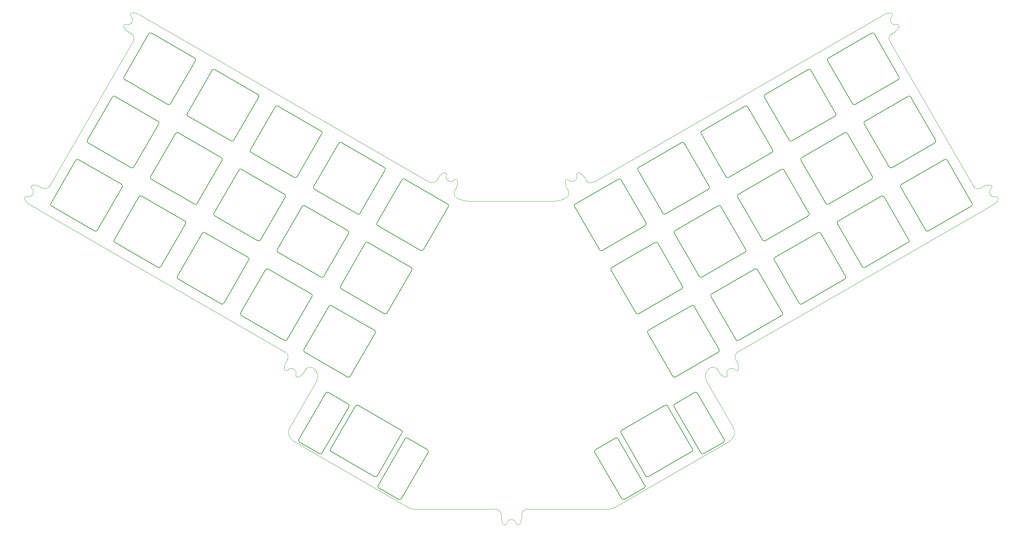
<source format=gbr>
%TF.GenerationSoftware,KiCad,Pcbnew,7.0.8*%
%TF.CreationDate,2023-12-04T03:58:51-05:00*%
%TF.ProjectId,plate_pcb,706c6174-655f-4706-9362-2e6b69636164,rev?*%
%TF.SameCoordinates,Original*%
%TF.FileFunction,Profile,NP*%
%FSLAX46Y46*%
G04 Gerber Fmt 4.6, Leading zero omitted, Abs format (unit mm)*
G04 Created by KiCad (PCBNEW 7.0.8) date 2023-12-04 03:58:51*
%MOMM*%
%LPD*%
G01*
G04 APERTURE LIST*
%TA.AperFunction,Profile*%
%ADD10C,0.100000*%
%TD*%
%TA.AperFunction,Profile*%
%ADD11C,0.200000*%
%TD*%
%TA.AperFunction,Profile*%
%ADD12C,0.050000*%
%TD*%
G04 APERTURE END LIST*
D10*
X176302388Y-74811319D02*
X247911916Y-33471848D01*
X61798370Y-33438721D02*
X133415127Y-74803043D01*
X169071076Y-78986319D02*
G75*
G03*
X169620113Y-76937281I-749986J1299034D01*
G01*
X172531531Y-72407210D02*
G75*
G03*
X171869961Y-73031638I-188302J-463172D01*
G01*
X174253351Y-74262281D02*
G75*
G03*
X176302388Y-74811318I1299065J750105D01*
G01*
X169207614Y-76222810D02*
X169620114Y-76937281D01*
X173840849Y-73547811D02*
G75*
G03*
X172531531Y-72407211I-2316467J-1337325D01*
G01*
X174253350Y-74262281D02*
X173840850Y-73547810D01*
X169746041Y-74257883D02*
G75*
G03*
X168874486Y-74518607I-376271J-329282D01*
G01*
X169746039Y-74257884D02*
G75*
G03*
X171869961Y-73031638I940692J823167D01*
G01*
X168874487Y-74518607D02*
G75*
G03*
X169207614Y-76222810I2649841J-366685D01*
G01*
X133415127Y-74803044D02*
G75*
G03*
X135464165Y-74254005I750003J1299025D01*
G01*
X140843030Y-74510331D02*
G75*
G03*
X139971474Y-74249608I-495270J-68511D01*
G01*
X140097402Y-76929005D02*
G75*
G03*
X140646439Y-78978042I1299142J-749972D01*
G01*
X135876665Y-73539534D02*
X135464165Y-74254005D01*
X140509900Y-76214534D02*
G75*
G03*
X140843029Y-74510331I-2316391J1337457D01*
G01*
X140097401Y-76929005D02*
X140509901Y-76214534D01*
X137847555Y-73023362D02*
G75*
G03*
X137185984Y-72398936I-473302J161219D01*
G01*
X137847553Y-73023361D02*
G75*
G03*
X139971474Y-74249608I1183230J-403079D01*
G01*
X137185984Y-72398936D02*
G75*
G03*
X135876665Y-73539534I1007363J-2478172D01*
G01*
X213891235Y-119124072D02*
X276494633Y-82998508D01*
X213891235Y-119124072D02*
G75*
G03*
X213342198Y-121173110I749986J-1299034D01*
G01*
X210430780Y-125703181D02*
G75*
G03*
X211092350Y-125078753I188302J463172D01*
G01*
X208708960Y-123848110D02*
G75*
G03*
X206659923Y-123299073I-1299065J-750105D01*
G01*
X213754697Y-121887581D02*
X213342197Y-121173110D01*
X209121462Y-124562580D02*
G75*
G03*
X210430780Y-125703180I2316467J1337325D01*
G01*
X208708961Y-123848110D02*
X209121461Y-124562581D01*
X213216270Y-123852508D02*
G75*
G03*
X214087825Y-123591784I376271J329282D01*
G01*
X213216272Y-123852507D02*
G75*
G03*
X211092350Y-125078753I-940692J-823167D01*
G01*
X214087825Y-123591784D02*
G75*
G03*
X213754696Y-121887581I-2649842J366684D01*
G01*
X95844256Y-119141968D02*
X33233892Y-82994376D01*
X103075568Y-123316967D02*
G75*
G03*
X101026530Y-123866006I-750003J-1299025D01*
G01*
X95647665Y-123609680D02*
G75*
G03*
X96519221Y-123870403I495270J68511D01*
G01*
X96393293Y-121191006D02*
G75*
G03*
X95844256Y-119141969I-1299142J749972D01*
G01*
X100614030Y-124580477D02*
X101026530Y-123866006D01*
X95980795Y-121905477D02*
G75*
G03*
X95647666Y-123609680I2316391J-1337457D01*
G01*
X96393294Y-121191006D02*
X95980794Y-121905477D01*
X98643140Y-125096649D02*
G75*
G03*
X99304711Y-125721075I473302J-161219D01*
G01*
X98643142Y-125096650D02*
G75*
G03*
X96519221Y-123870403I-1183230J403079D01*
G01*
X99304711Y-125721075D02*
G75*
G03*
X100614030Y-124580477I-1007363J2478172D01*
G01*
X104004333Y-126788322D02*
G75*
G03*
X103075568Y-123316969I-2198833J1271622D01*
G01*
X97014386Y-138874307D02*
X104004294Y-126788300D01*
X150687797Y-160138847D02*
X129427957Y-160142831D01*
X180297638Y-160134861D02*
X159037797Y-160138847D01*
X152187798Y-161638847D02*
G75*
G03*
X150687797Y-160138847I-1499990J10D01*
G01*
X156089044Y-163896310D02*
G75*
G03*
X156974193Y-164106294I490489J96983D01*
G01*
X159037797Y-160138847D02*
G75*
G03*
X157537797Y-161638847I77J-1500077D01*
G01*
X152187797Y-161638847D02*
X152187797Y-162463847D01*
X156974193Y-164106294D02*
G75*
G03*
X157537797Y-162463847I-2111180J1642372D01*
G01*
X157537797Y-162463847D02*
X157537797Y-161638847D01*
X152751402Y-164106293D02*
G75*
G03*
X153636552Y-163896310I394649J307014D01*
G01*
X156089043Y-163896310D02*
G75*
G03*
X153636553Y-163896310I-1226245J-242538D01*
G01*
X152187797Y-162463847D02*
G75*
G03*
X152751401Y-164106294I2675092J32D01*
G01*
D11*
X187351980Y-108970726D02*
G75*
G03*
X188035040Y-109153712I433020J250026D01*
G01*
X70288700Y-56897897D02*
G75*
G03*
X70471744Y-57580928I433000J-250003D01*
G01*
X127074567Y-141817962D02*
X120074567Y-153942318D01*
X60290947Y-36114585D02*
X53790947Y-47372915D01*
X209474167Y-81187369D02*
X215974167Y-92445699D01*
X67263731Y-62137369D02*
X60763731Y-73395699D01*
X93942312Y-93128712D02*
X105200642Y-99628712D01*
D10*
X56186359Y-38099994D02*
G75*
G03*
X55637331Y-36050962I-1299059J749994D01*
G01*
X252112426Y-31038353D02*
X247911916Y-33471848D01*
D11*
X235496951Y-88160153D02*
X241996951Y-99418483D01*
X126329223Y-140232937D02*
X119829223Y-151491267D01*
X138406439Y-81214585D02*
X131906439Y-92472915D01*
X116757083Y-90712369D02*
X110257083Y-101970699D01*
X126965114Y-74031541D02*
G75*
G03*
X126282083Y-74214585I-250014J-432959D01*
G01*
X194324778Y-82947934D02*
G75*
G03*
X195007824Y-83130928I433022J250034D01*
G01*
X197532832Y-87504369D02*
G75*
G03*
X197349812Y-88187369I250068J-433031D01*
G01*
X126329176Y-140232910D02*
G75*
G03*
X126146210Y-139549924I-432976J250010D01*
G01*
X60763719Y-73395692D02*
G75*
G03*
X60946744Y-74078712I432981J-250008D01*
G01*
D10*
X275263854Y-75807728D02*
G75*
G03*
X277312886Y-76356771I1299046J750028D01*
G01*
D11*
X112459522Y-133379962D02*
X105459522Y-145504318D01*
X190560030Y-113527122D02*
G75*
G03*
X190377027Y-114210153I249870J-432978D01*
G01*
X77444528Y-83603712D02*
X88702858Y-90103712D01*
X215791146Y-93128698D02*
G75*
G03*
X215974166Y-92445699I-249946J432998D01*
G01*
X230345379Y-69137369D02*
X236845379Y-80395699D01*
D10*
X53782257Y-34329145D02*
G75*
G03*
X54922860Y-35638462I2478143J1007345D01*
G01*
X279992263Y-76482675D02*
G75*
G03*
X281218529Y-78606618I823137J-940725D01*
G01*
D11*
X117440096Y-90529356D02*
X128698426Y-97029356D01*
X119965096Y-86155928D02*
X131223426Y-92655928D01*
X256368163Y-76110153D02*
X262868163Y-87368483D01*
X119146197Y-151674302D02*
G75*
G03*
X119829223Y-151491267I250003J433002D01*
G01*
X60946744Y-74078712D02*
X72205074Y-80578712D01*
D10*
X61798370Y-33438721D02*
X57597860Y-31005226D01*
D11*
X210822581Y-73422923D02*
G75*
G03*
X211505608Y-73605928I433019J250023D01*
G01*
X190560040Y-113527140D02*
X201818370Y-107027140D01*
X195528572Y-133232953D02*
G75*
G03*
X194845586Y-133049925I-432972J-249847D01*
G01*
X67736558Y-99418508D02*
G75*
G03*
X67919528Y-100101496I433042J-249992D01*
G01*
X102858665Y-104685159D02*
G75*
G03*
X102675642Y-104002141I-433165J249959D01*
G01*
X86786489Y-66422900D02*
G75*
G03*
X86969528Y-67105928I433011J-250000D01*
G01*
X218999167Y-97685153D02*
X225499167Y-108943483D01*
X247053392Y-97076496D02*
X258311722Y-90576496D01*
X114204867Y-133232937D02*
X107704867Y-144491267D01*
X204532824Y-99628712D02*
X215791154Y-93128712D01*
X34923960Y-81051496D02*
X46182290Y-87551496D01*
X183404244Y-140232937D02*
X189904244Y-151491267D01*
X221003383Y-51956556D02*
G75*
G03*
X220820379Y-52639585I250117J-433044D01*
G01*
X183451383Y-74214585D02*
X189951383Y-85472915D01*
X197532824Y-87504356D02*
X208791154Y-81004356D01*
X237528392Y-80578712D02*
X248786722Y-74078712D01*
X107887880Y-145174280D02*
X119146210Y-151674280D01*
X232944735Y-45639585D02*
X239444735Y-56897915D01*
X100942312Y-81004356D02*
X112200642Y-87504356D01*
X110257117Y-101970719D02*
G75*
G03*
X110440096Y-102653712I433083J-249981D01*
G01*
D10*
X128156872Y-159802139D02*
X97942454Y-142345259D01*
D11*
X88702868Y-90103694D02*
G75*
G03*
X89385871Y-89920699I250032J432894D01*
G01*
X125453714Y-157625362D02*
G75*
G03*
X126136744Y-157442318I249986J433062D01*
G01*
X51448963Y-52429351D02*
G75*
G03*
X50765947Y-52612369I-249963J-433149D01*
G01*
X126965096Y-74031572D02*
X138223426Y-80531572D01*
X222763934Y-67105922D02*
G75*
G03*
X222946950Y-66422915I-250034J433022D01*
G01*
X74236515Y-88160153D02*
X67736515Y-99418483D01*
X128881439Y-97712369D02*
X122381439Y-108970699D01*
X256551154Y-75427102D02*
G75*
G03*
X256368164Y-76110153I249946J-432998D01*
G01*
D10*
X54406689Y-33667568D02*
G75*
G03*
X53782262Y-34329143I-161189J-473332D01*
G01*
D11*
X84444528Y-71479356D02*
X95702858Y-77979356D01*
X220820379Y-52639585D02*
X227320379Y-63897915D01*
X112459477Y-133379936D02*
G75*
G03*
X112276510Y-132696951I-432877J250036D01*
G01*
D10*
X32415640Y-76352639D02*
X31701169Y-75940139D01*
D11*
X95885921Y-78662398D02*
G75*
G03*
X95702858Y-77979356I-433021J249998D01*
G01*
X105200682Y-99628643D02*
G75*
G03*
X105883655Y-99445699I250018J432943D01*
G01*
X100732137Y-118468514D02*
G75*
G03*
X100915096Y-119151496I433063J-249986D01*
G01*
X247026176Y-58929356D02*
X258284506Y-52429356D01*
X86360876Y-95160156D02*
G75*
G03*
X86177858Y-94477141I-433176J249956D01*
G01*
D10*
X57597876Y-31005199D02*
G75*
G03*
X55893657Y-30672099I-1337476J-2316701D01*
G01*
D11*
X178510040Y-92655928D02*
X189768370Y-86155928D01*
D10*
X211783771Y-142336321D02*
G75*
G03*
X212712900Y-138867231I-1270771J2199321D01*
G01*
X28509996Y-78602486D02*
G75*
G03*
X29736242Y-76478566I403084J1183226D01*
G01*
D11*
X126282083Y-74214585D02*
X119782083Y-85472915D01*
X207057824Y-104002140D02*
X218316154Y-97502140D01*
X127757569Y-141634970D02*
G75*
G03*
X127074568Y-141817962I-249969J-433130D01*
G01*
X221030608Y-90103712D02*
X232288938Y-83603712D01*
D10*
X279731563Y-75611117D02*
G75*
G03*
X278027357Y-75944271I-366663J-2649783D01*
G01*
D11*
X240053373Y-84952107D02*
G75*
G03*
X239870379Y-85635153I249927J-432993D01*
G01*
X225316157Y-109626501D02*
G75*
G03*
X225499166Y-108943483I-249957J433001D01*
G01*
X210153098Y-142687313D02*
G75*
G03*
X210336122Y-142004318I-249998J433013D01*
G01*
X133136745Y-145317962D02*
X126136745Y-157442318D01*
X51421744Y-90576496D02*
X62680074Y-97076496D01*
X180852028Y-97712369D02*
X187352028Y-108970699D01*
X95675679Y-116126432D02*
G75*
G03*
X96358655Y-115943483I250021J432932D01*
G01*
X229872559Y-106418504D02*
G75*
G03*
X230555608Y-106601496I433041J250104D01*
G01*
X177826975Y-92472945D02*
G75*
G03*
X178510040Y-92655928I433025J250045D01*
G01*
X246843163Y-59612369D02*
X253343163Y-70870699D01*
D10*
X28509999Y-78602475D02*
G75*
G03*
X27885570Y-79264056I-161199J-473325D01*
G01*
X254072955Y-36084089D02*
X254787426Y-35671589D01*
D11*
X176596721Y-145317962D02*
X183596721Y-157442318D01*
X51448960Y-52429356D02*
X62707290Y-58929356D01*
X228003392Y-64080928D02*
X239261722Y-57580928D01*
X202501383Y-107210153D02*
X209001383Y-118468483D01*
X53365303Y-76110153D02*
X46865303Y-87368483D01*
X189768372Y-86155932D02*
G75*
G03*
X189951383Y-85472915I-250072J433032D01*
G01*
D10*
X180297638Y-160134839D02*
G75*
G03*
X181567937Y-159794162I-238J2539539D01*
G01*
D11*
X110440096Y-102653712D02*
X121698426Y-109153712D01*
X55707315Y-71053669D02*
G75*
G03*
X56390303Y-70870699I249985J433069D01*
G01*
X254026176Y-71053712D02*
X265284506Y-64553712D01*
X204322595Y-62164585D02*
X210822595Y-73422915D01*
X184279734Y-157625331D02*
X189475886Y-154625331D01*
X203849783Y-99445715D02*
G75*
G03*
X204532824Y-99628712I433017J250015D01*
G01*
X93969506Y-54981610D02*
G75*
G03*
X93286515Y-55164585I-250006J-432990D01*
G01*
D10*
X143820209Y-79829276D02*
X165894907Y-79836528D01*
D11*
X100259299Y-81187369D02*
X93759299Y-92445699D01*
X62680070Y-97076502D02*
G75*
G03*
X63363087Y-96893483I250030J432902D01*
G01*
X249442519Y-36114585D02*
X255942519Y-47372915D01*
X265284507Y-64553714D02*
G75*
G03*
X265467518Y-63870699I-250007J433014D01*
G01*
X237318163Y-43114585D02*
X243818163Y-54372915D01*
X204956956Y-145687331D02*
X210153109Y-142687331D01*
X107232083Y-107210153D02*
X100732083Y-118468483D01*
X232288927Y-83603693D02*
G75*
G03*
X232471951Y-82920699I-249927J432993D01*
G01*
X34740980Y-80368502D02*
G75*
G03*
X34923960Y-81051496I433020J-249998D01*
G01*
X44448960Y-64553712D02*
X55707290Y-71053712D01*
X227320353Y-63897930D02*
G75*
G03*
X228003392Y-64080927I433047J250130D01*
G01*
X171327028Y-81214585D02*
X177827028Y-92472915D01*
X239870379Y-85635153D02*
X246370379Y-96893483D01*
X189475871Y-154625305D02*
G75*
G03*
X189658899Y-153942318I-249971J433005D01*
G01*
X114725616Y-83130973D02*
G75*
G03*
X115408655Y-82947915I249984J433073D01*
G01*
X100915096Y-119151496D02*
X112173426Y-125651496D01*
X99397305Y-142004295D02*
G75*
G03*
X99580357Y-142687331I432995J-250005D01*
G01*
X62890303Y-59612369D02*
X56390303Y-70870699D01*
D10*
X54922860Y-35638462D02*
X55637331Y-36050962D01*
D11*
X67946758Y-61954332D02*
G75*
G03*
X67263731Y-62137369I-249958J-433168D01*
G01*
X77471779Y-45456511D02*
G75*
G03*
X76788731Y-45639585I-249979J-433089D01*
G01*
X230528392Y-68454356D02*
X241786722Y-61954356D01*
X183587241Y-139549898D02*
G75*
G03*
X183404243Y-140232937I249959J-433002D01*
G01*
X230528394Y-68454359D02*
G75*
G03*
X230345379Y-69137369I250106J-433041D01*
G01*
X70471744Y-57580928D02*
X81730074Y-64080928D01*
X88913113Y-52639600D02*
G75*
G03*
X88730074Y-51956572I-433013J250000D01*
G01*
X223555608Y-94477140D02*
X234813938Y-87977140D01*
X53365361Y-76110186D02*
G75*
G03*
X53182290Y-75427141I-433061J249986D01*
G01*
X241813938Y-100101496D02*
G75*
G03*
X241996951Y-99418483I-249938J432996D01*
G01*
X196876986Y-125468507D02*
G75*
G03*
X197560040Y-125651496I433014J250007D01*
G01*
X112173405Y-125651532D02*
G75*
G03*
X112856439Y-125468483I249995J433032D01*
G01*
X171510040Y-80531572D02*
X182768370Y-74031572D01*
D10*
X206659938Y-123299097D02*
G75*
G03*
X205729642Y-126768786I1269362J-2199903D01*
G01*
D11*
X106397345Y-129879962D02*
X99397345Y-142004318D01*
X98227871Y-73605905D02*
G75*
G03*
X98910871Y-73422915I250029J432905D01*
G01*
X258311719Y-90576491D02*
G75*
G03*
X258494735Y-89893483I-249919J432991D01*
G01*
X183587256Y-139549924D02*
X194845586Y-133049924D01*
X235496920Y-88160171D02*
G75*
G03*
X234813938Y-87977141I-433020J-250029D01*
G01*
D10*
X254077374Y-31576803D02*
G75*
G03*
X255303598Y-33700699I823126J-940697D01*
G01*
D11*
X57738731Y-78635153D02*
X51238731Y-89893483D01*
X255759496Y-48055911D02*
G75*
G03*
X255942518Y-47372915I-249996J433011D01*
G01*
X127757580Y-141634950D02*
X132953732Y-144634950D01*
X181035051Y-97029374D02*
G75*
G03*
X180852028Y-97712369I250049J-433026D01*
G01*
X176779729Y-144634942D02*
G75*
G03*
X176596721Y-145317962I250171J-433058D01*
G01*
X239261715Y-57580917D02*
G75*
G03*
X239444734Y-56897915I-250015J433017D01*
G01*
X190587256Y-151674280D02*
X201845586Y-145174280D01*
X216446951Y-55164585D02*
X222946951Y-66422915D01*
X41923997Y-68927076D02*
G75*
G03*
X41240947Y-69110153I-249997J-433024D01*
G01*
X58421744Y-78452140D02*
X69680074Y-84952140D01*
X121698408Y-109153743D02*
G75*
G03*
X122381439Y-108970699I249992J433043D01*
G01*
X268492495Y-69110167D02*
G75*
G03*
X267809506Y-68927140I-432995J-249933D01*
G01*
X67919528Y-100101496D02*
X79177858Y-106601496D01*
X188007821Y-71006566D02*
G75*
G03*
X187824812Y-71689585I250079J-433034D01*
G01*
X197273944Y-133379962D02*
X204273944Y-145504318D01*
X112383655Y-88187369D02*
X105883655Y-99445699D01*
X195528599Y-133232937D02*
X202028599Y-144491267D01*
X104776507Y-145687336D02*
G75*
G03*
X105459522Y-145504318I249993J433036D01*
G01*
X112383710Y-88187401D02*
G75*
G03*
X112200642Y-87504356I-433010J250001D01*
G01*
X232944714Y-45639597D02*
G75*
G03*
X232261722Y-45456572I-433014J-250003D01*
G01*
X203336122Y-129879962D02*
X210336122Y-142004318D01*
X220347555Y-89920722D02*
G75*
G03*
X221030608Y-90103711I433045J250122D01*
G01*
X197456956Y-132696950D02*
X202653109Y-129696950D01*
X242469735Y-62137369D02*
X248969735Y-73395699D01*
D10*
X140646435Y-78978050D02*
G75*
G03*
X143820209Y-79829276I3175865J5498850D01*
G01*
D11*
X107915096Y-107027140D02*
X119173426Y-113527140D01*
X58421723Y-78452176D02*
G75*
G03*
X57738732Y-78635153I-250023J-432924D01*
G01*
X237501176Y-42431572D02*
X248759506Y-35931572D01*
D10*
X254787439Y-35671611D02*
G75*
G03*
X255928025Y-34362270I-1337539J2316611D01*
G01*
D11*
X120257580Y-154625331D02*
X125453732Y-157625331D01*
X65232318Y-54555880D02*
G75*
G03*
X65915303Y-54372915I249982J433080D01*
G01*
X107080361Y-129696943D02*
G75*
G03*
X106397344Y-129879962I-249961J-433157D01*
G01*
X84444503Y-71479399D02*
G75*
G03*
X83761515Y-71662369I-250003J-433001D01*
G01*
X274809500Y-81051486D02*
G75*
G03*
X274992519Y-80368483I-249900J432986D01*
G01*
X114887880Y-133049924D02*
X126146210Y-139549924D01*
X263551176Y-87551496D02*
X274809506Y-81051496D01*
X208818376Y-119151506D02*
G75*
G03*
X209001382Y-118468483I-249976J433006D01*
G01*
X74919528Y-87977140D02*
X86177858Y-94477140D01*
D12*
X34464678Y-75803601D02*
X56186369Y-38100000D01*
D11*
X214057824Y-116126496D02*
X225316154Y-109626496D01*
X81730076Y-64080924D02*
G75*
G03*
X82413087Y-63897915I250024J432924D01*
G01*
X197560040Y-125651496D02*
X208818370Y-119151496D01*
X268492519Y-69110153D02*
X274992519Y-80368483D01*
X218999117Y-97685182D02*
G75*
G03*
X218316154Y-97502141I-433017J-250018D01*
G01*
X240053392Y-84952140D02*
X251311722Y-78452140D01*
X51238769Y-89893505D02*
G75*
G03*
X51421744Y-90576496I433031J-249995D01*
G01*
X223555592Y-94477112D02*
G75*
G03*
X223372595Y-95160153I249908J-432988D01*
G01*
X187824811Y-71689585D02*
X194324811Y-82947915D01*
X183451336Y-74214612D02*
G75*
G03*
X182768370Y-74031573I-433036J-250088D01*
G01*
X236845358Y-80395711D02*
G75*
G03*
X237528392Y-80578711I433042J250111D01*
G01*
X88913087Y-52639585D02*
X82413087Y-63897915D01*
D10*
X255928003Y-34362261D02*
G75*
G03*
X255303598Y-33700700I-463203J188261D01*
G01*
D11*
X79177865Y-106601483D02*
G75*
G03*
X79860871Y-106418483I250035J432883D01*
G01*
X207057811Y-104002117D02*
G75*
G03*
X206874811Y-104685153I249889J-432983D01*
G01*
X91417332Y-97502106D02*
G75*
G03*
X90734299Y-97685153I-250032J-432894D01*
G01*
D10*
X29996969Y-75607033D02*
G75*
G03*
X29736243Y-76478565I68531J-495267D01*
G01*
D11*
X79388132Y-69137395D02*
G75*
G03*
X79205074Y-68454356I-433032J249995D01*
G01*
D10*
X54406691Y-33667562D02*
G75*
G03*
X55632933Y-31543654I403079J1183222D01*
G01*
D11*
X41923960Y-68927140D02*
X53182290Y-75427140D01*
X103467312Y-76630928D02*
X114725642Y-83130928D01*
X203336091Y-129879980D02*
G75*
G03*
X202653109Y-129696950I-432991J-249920D01*
G01*
X128881380Y-97712335D02*
G75*
G03*
X128698426Y-97029356I-432880J250035D01*
G01*
X225971916Y-71662389D02*
G75*
G03*
X225288938Y-71479356I-433016J-250011D01*
G01*
X91417312Y-97502140D02*
X102675642Y-104002140D01*
X95885871Y-78662369D02*
X89385871Y-89920699D01*
X258967519Y-52612369D02*
X265467519Y-63870699D01*
X214030613Y-77979364D02*
G75*
G03*
X213847595Y-78662369I250087J-433036D01*
G01*
X72415303Y-43114585D02*
X65915303Y-54372915D01*
X262868111Y-87368513D02*
G75*
G03*
X263551176Y-87551495I432989J249913D01*
G01*
X77471744Y-45456572D02*
X88730074Y-51956572D01*
X62890256Y-59612342D02*
G75*
G03*
X62707290Y-58929356I-432856J250042D01*
G01*
X188035040Y-109153712D02*
X199293370Y-102653712D01*
D10*
X211783753Y-142336290D02*
X181567937Y-159794163D01*
D11*
X221003392Y-51956572D02*
X232261722Y-45456572D01*
X110467301Y-64506591D02*
G75*
G03*
X109784299Y-64689585I-250001J-433009D01*
G01*
X204273903Y-145504342D02*
G75*
G03*
X204956956Y-145687331I432997J249942D01*
G01*
X183596676Y-157442344D02*
G75*
G03*
X184279734Y-157625330I433024J250044D01*
G01*
X119356439Y-114210153D02*
X112856439Y-125468483D01*
X256551176Y-75427140D02*
X267809506Y-68927140D01*
D10*
X55893662Y-30672137D02*
G75*
G03*
X55632933Y-31543653I68538J-495263D01*
G01*
D11*
X60973960Y-35931572D02*
X72232290Y-42431572D01*
X53790910Y-47372894D02*
G75*
G03*
X53973960Y-48055928I432990J-250006D01*
G01*
X86360871Y-95160153D02*
X79860871Y-106418483D01*
X199293365Y-102653703D02*
G75*
G03*
X199476382Y-101970699I-249965J433003D01*
G01*
D10*
X281842991Y-79268203D02*
G75*
G03*
X281218529Y-78606618I-463191J188303D01*
G01*
X253816626Y-30705245D02*
G75*
G03*
X252112426Y-31038353I-366726J-2649755D01*
G01*
D11*
X107080357Y-129696950D02*
X112276510Y-132696950D01*
X251994735Y-78635153D02*
X258494735Y-89893483D01*
X213374788Y-115943496D02*
G75*
G03*
X214057824Y-116126496I433012J249996D01*
G01*
X138406480Y-81214609D02*
G75*
G03*
X138223426Y-80531572I-432980J250009D01*
G01*
X258967490Y-52612386D02*
G75*
G03*
X258284506Y-52429356I-432990J-249914D01*
G01*
X93759328Y-92445716D02*
G75*
G03*
X93942312Y-93128712I433072J-249984D01*
G01*
D10*
X205729641Y-126768786D02*
X212712901Y-138867231D01*
D11*
X253343106Y-70870732D02*
G75*
G03*
X254026176Y-71053711I432994J249932D01*
G01*
X93286515Y-55164585D02*
X86786515Y-66422915D01*
X251994692Y-78635178D02*
G75*
G03*
X251311722Y-78452140I-432992J-249922D01*
G01*
X197456956Y-132696949D02*
G75*
G03*
X197273944Y-133379962I250144J-433051D01*
G01*
D10*
X97014345Y-138874283D02*
G75*
G03*
X97942454Y-142345258I2198855J-1271617D01*
G01*
D11*
X201845588Y-145174283D02*
G75*
G03*
X202028599Y-144491267I-249888J432983D01*
G01*
X247026175Y-58929354D02*
G75*
G03*
X246843163Y-59612369I250125J-433046D01*
G01*
X103284278Y-75947903D02*
G75*
G03*
X103467312Y-76630928I433022J-249997D01*
G01*
X107704913Y-144491294D02*
G75*
G03*
X107887880Y-145174279I432987J-250006D01*
G01*
X76788731Y-45639585D02*
X70288731Y-56897915D01*
D10*
X280702371Y-80577531D02*
G75*
G03*
X281842954Y-79268188I-1337571J2316631D01*
G01*
D11*
X213847595Y-78662369D02*
X220347595Y-89920699D01*
X244501176Y-54555928D02*
X255759506Y-48055928D01*
X110467312Y-64506572D02*
X121725642Y-71006572D01*
X67946744Y-61954356D02*
X79205074Y-68454356D01*
X188007824Y-71006572D02*
X199266154Y-64506572D01*
X248786708Y-74078688D02*
G75*
G03*
X248969735Y-73395699I-249908J432988D01*
G01*
X90734299Y-97685153D02*
X84234299Y-108943483D01*
X216446911Y-55164608D02*
G75*
G03*
X215763938Y-54981572I-433011J-249992D01*
G01*
X109784299Y-64689585D02*
X103284299Y-75947915D01*
X223372595Y-95160153D02*
X229872595Y-106418483D01*
X209474113Y-81187400D02*
G75*
G03*
X208791154Y-81004356I-433013J-250000D01*
G01*
X206266153Y-76630927D02*
G75*
G03*
X206449167Y-75947915I-250053J433027D01*
G01*
X199949167Y-64689585D02*
X206449167Y-75947915D01*
X107915127Y-107027087D02*
G75*
G03*
X107232083Y-107210153I-250027J-432913D01*
G01*
X181035040Y-97029356D02*
X192293370Y-90529356D01*
X133136692Y-145317931D02*
G75*
G03*
X132953732Y-144634951I-432892J250031D01*
G01*
X102858655Y-104685153D02*
X96358655Y-115943483D01*
D10*
X254077353Y-31576779D02*
G75*
G03*
X253816629Y-30705226I-329253J376279D01*
G01*
D11*
X225971951Y-71662369D02*
X232471951Y-82920699D01*
X204505608Y-61481572D02*
X215763938Y-54981572D01*
X60973966Y-35931561D02*
G75*
G03*
X60290947Y-36114585I-249966J-433139D01*
G01*
X119356486Y-114210180D02*
G75*
G03*
X119173426Y-113527141I-433086J249980D01*
G01*
X249442484Y-36114605D02*
G75*
G03*
X248759506Y-35931573I-432984J-249895D01*
G01*
X204505602Y-61481561D02*
G75*
G03*
X204322595Y-62164585I250098J-433039D01*
G01*
X192976383Y-90712369D02*
X199476383Y-101970699D01*
X176779734Y-144634950D02*
X181975886Y-141634950D01*
X237501182Y-42431583D02*
G75*
G03*
X237318163Y-43114585I250018J-433017D01*
G01*
X182658899Y-141817962D02*
X189658899Y-153942318D01*
D10*
X128156880Y-159802125D02*
G75*
G03*
X129427957Y-160142831I1270720J2199325D01*
G01*
D11*
X214030608Y-77979356D02*
X225288938Y-71479356D01*
X121908655Y-71689585D02*
X115408655Y-82947915D01*
X86969528Y-67105928D02*
X98227858Y-73605928D01*
X117440093Y-90529361D02*
G75*
G03*
X116757083Y-90712369I-249993J-433039D01*
G01*
X99580357Y-142687331D02*
X104776510Y-145687331D01*
X53973960Y-48055928D02*
X65232290Y-54555928D01*
D10*
X276494633Y-82998508D02*
X280702357Y-80577507D01*
X253523917Y-38133127D02*
X275263848Y-75807732D01*
D11*
X50765947Y-52612369D02*
X44265947Y-63870699D01*
X83761515Y-71662369D02*
X77261515Y-82920699D01*
D10*
X279992251Y-76482662D02*
G75*
G03*
X279731559Y-75611144I-329251J376262D01*
G01*
D11*
X206874811Y-104685153D02*
X213374811Y-115943483D01*
X44265930Y-63870689D02*
G75*
G03*
X44448960Y-64553712I432970J-250011D01*
G01*
X120074521Y-153942291D02*
G75*
G03*
X120257580Y-154625330I432979J-250009D01*
G01*
X242469719Y-62137378D02*
G75*
G03*
X241786722Y-61954356I-433019J-250022D01*
G01*
X131223411Y-92655954D02*
G75*
G03*
X131906439Y-92472915I249989J433054D01*
G01*
X69863087Y-85635153D02*
G75*
G03*
X69680074Y-84952141I-433187J249953D01*
G01*
X190377028Y-114210153D02*
X196877028Y-125468483D01*
X72205073Y-80578713D02*
G75*
G03*
X72888087Y-80395699I250027J432913D01*
G01*
X192976341Y-90712393D02*
G75*
G03*
X192293370Y-90529357I-433041J-250107D01*
G01*
D10*
X254072929Y-36084043D02*
G75*
G03*
X253523917Y-38133127I750071J-1299057D01*
G01*
D11*
X77261539Y-82920713D02*
G75*
G03*
X77444528Y-83603712I433061J-249987D01*
G01*
D10*
X278027357Y-75944271D02*
X277312886Y-76356771D01*
D11*
X69863087Y-85635153D02*
X63363087Y-96893483D01*
X199949108Y-64689619D02*
G75*
G03*
X199266154Y-64506572I-433008J-249981D01*
G01*
X230555608Y-106601496D02*
X241813938Y-100101496D01*
X105410871Y-62164585D02*
X98910871Y-73422915D01*
X114887882Y-133049920D02*
G75*
G03*
X114204867Y-133232937I-249982J-433080D01*
G01*
X74919518Y-87977157D02*
G75*
G03*
X74236515Y-88160153I-250018J-432943D01*
G01*
X79388087Y-69137369D02*
X72888087Y-80395699D01*
X46182312Y-87551458D02*
G75*
G03*
X46865303Y-87368483I249988J433058D01*
G01*
X197349811Y-88187369D02*
X203849811Y-99445699D01*
D10*
X165894907Y-79836547D02*
G75*
G03*
X169071076Y-78986318I2093J6349847D01*
G01*
X32415613Y-76352686D02*
G75*
G03*
X34464678Y-75803601I749987J1299086D01*
G01*
X29026169Y-80573375D02*
X33233892Y-82994376D01*
D11*
X171510040Y-80531571D02*
G75*
G03*
X171327028Y-81214585I250060J-433029D01*
G01*
X100942298Y-81004380D02*
G75*
G03*
X100259299Y-81187369I-249998J-433020D01*
G01*
X84234347Y-108943511D02*
G75*
G03*
X84417312Y-109626496I433053J-249989D01*
G01*
X202501314Y-107210193D02*
G75*
G03*
X201818370Y-107027141I-433014J-250007D01*
G01*
X121908691Y-71689606D02*
G75*
G03*
X121725642Y-71006572I-432991J250006D01*
G01*
X119782067Y-85472906D02*
G75*
G03*
X119965096Y-86155928I433033J-249994D01*
G01*
D10*
X31701181Y-75940118D02*
G75*
G03*
X29996966Y-75607012I-1337481J-2316682D01*
G01*
X27885602Y-79264043D02*
G75*
G03*
X29026169Y-80573375I2478098J1007243D01*
G01*
D11*
X189904188Y-151491299D02*
G75*
G03*
X190587256Y-151674279I433012J249999D01*
G01*
X246370362Y-96893493D02*
G75*
G03*
X247053392Y-97076496I433038J250093D01*
G01*
X243818101Y-54372951D02*
G75*
G03*
X244501176Y-54555927I432999J249951D01*
G01*
X182658895Y-141817965D02*
G75*
G03*
X181975886Y-141634951I-432995J-249935D01*
G01*
X41240947Y-69110153D02*
X34740947Y-80368483D01*
X84417312Y-109626496D02*
X95675642Y-116126496D01*
X105410902Y-62164603D02*
G75*
G03*
X105227858Y-61481572I-433002J250003D01*
G01*
X93969528Y-54981572D02*
X105227858Y-61481572D01*
X72415355Y-43114615D02*
G75*
G03*
X72232290Y-42431572I-432955J250015D01*
G01*
X211505608Y-73605928D02*
X222763938Y-67105928D01*
X195007824Y-83130928D02*
X206266154Y-76630928D01*
M02*

</source>
